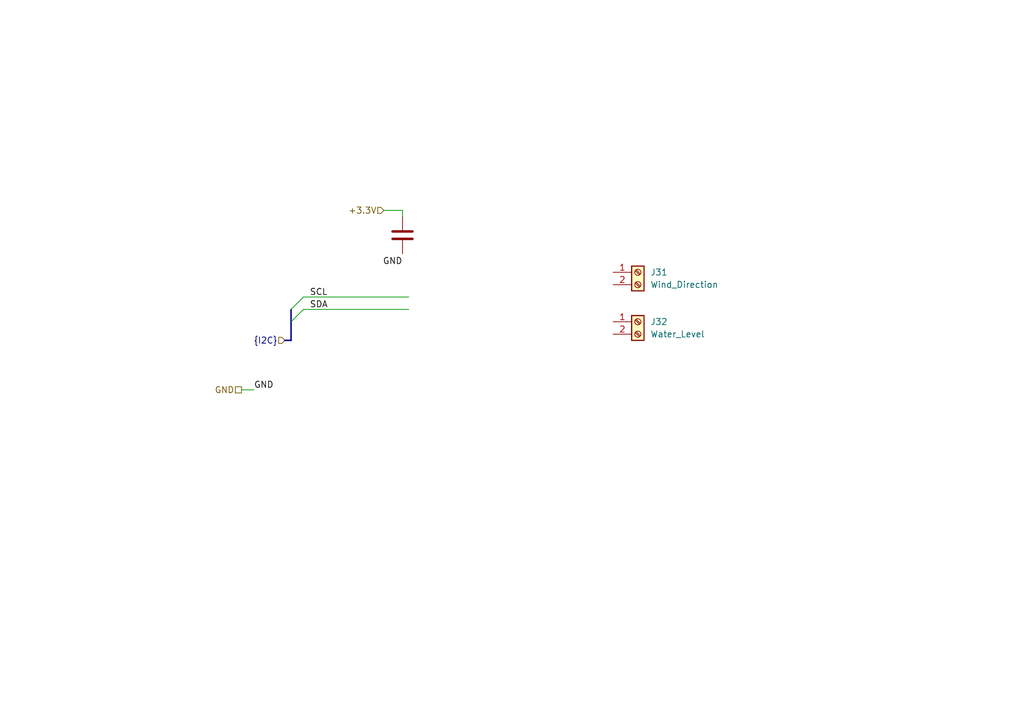
<source format=kicad_sch>
(kicad_sch (version 20231120) (generator "eeschema") (generator_version "8.0")
  (paper "A5")
  (title_block (title "RTC") (date "2024-11-03") (rev "1.0"))
  (lib_symbols
    (symbol "Connector:Screw_Terminal_01x02" (pin_names (offset 1.016) hide)
      (property "Reference" "J" (at 0 2.54 0))
      (property "Value" "Screw_Terminal_01x02" (at 0 -5.08 0))
      (symbol "Screw_Terminal_01x02_1_1"
        (rectangle (start -1.27 1.27) (end 1.27 -3.81) (stroke (width 0.254)) (fill (type background)))
        (circle (center 0 -2.54) (radius 0.635) (stroke (width 0.1524)))
        (polyline (pts (xy -0.5334 -2.2098) (xy 0.3302 -3.048)) (stroke (width 0.1524)))
        (polyline (pts (xy -0.5334 0.3302) (xy 0.3302 -0.508)) (stroke (width 0.1524)))
        (polyline (pts (xy -0.3556 -2.032) (xy 0.508 -2.8702)) (stroke (width 0.1524)))
        (polyline (pts (xy -0.3556 0.508) (xy 0.508 -0.3302)) (stroke (width 0.1524)))
        (circle (center 0 0) (radius 0.635) (stroke (width 0.1524)))
        (pin passive line (at -5.08 0 0) (length 3.81) (name "Pin_1") (number "1"))
        (pin passive line (at -5.08 -2.54 0) (length 3.81) (name "Pin_2") (number "2"))
      )
    )
    (symbol "Device:C" (pin_numbers hide) (pin_names (offset 0.254))
      (property "Reference" "C" (at 0.635 2.54 0))
      (property "Value" "C" (at 0.635 -2.54 0))
      (symbol "C_0_1"
        (polyline (pts (xy -2.032 -0.762) (xy 2.032 -0.762)) (stroke (width 0.508)))
        (polyline (pts (xy -2.032 0.762) (xy 2.032 0.762)) (stroke (width 0.508)))
      )
      (symbol "C_1_1"
        (pin passive line (at 0 3.81 270) (length 2.794) (name "~") (number "1"))
        (pin passive line (at 0 -3.81 90) (length 2.794) (name "~") (number "2"))
      )
    )
  )
  (bus_entry (at 62.23 63.5) (size -2.54 2.54))
  (bus_entry (at 62.23 60.96) (size -2.54 2.54))
  (bus (pts (xy 59.69 69.85) (xy 59.69 66.04)))
  (wire (pts (xy 82.55 43.18) (xy 82.55 44.45)))
  (bus (pts (xy 58.42 69.85) (xy 59.69 69.85)))
  (wire (pts (xy 78.74 43.18) (xy 82.55 43.18)))
  (wire (pts (xy 62.23 60.96) (xy 83.82 60.96)))
  (wire (pts (xy 49.53 80.01) (xy 52.07 80.01)))
  (bus (pts (xy 59.69 66.04) (xy 59.69 63.5)))
  (wire (pts (xy 62.23 63.5) (xy 83.82 63.5)))
  (label "SCL" (at 63.5 60.96 0))
  (label "SDA" (at 63.5 63.5 0))
  (label "GND" (at 52.07 80.01 0))
  (label "GND" (at 82.55 54.61 180))
  (hierarchical_label "GND" (shape passive) (at 49.53 80.01 180))
  (hierarchical_label "+3.3V" (shape input) (at 78.74 43.18 180))
  (hierarchical_label "{I2C}" (shape input) (at 58.42 69.85 180))
  (symbol (lib_id "Device:C") (at 82.55 48.26 0) (unit 1)
    (property "Reference" "C31" (effects (hide yes)))
    (property "Value" "100nF" (effects (hide yes)))
    (property "Footprint" "Capacitor_SMD:C_0603_1608Metric" (effects (hide yes)))
  )
  (symbol (lib_id "Connector:Screw_Terminal_01x02") (at 130.81 55.88 0) (unit 1)
    (property "Reference" "J31" (at 133.35 55.8799 0) (effects (justify left)))
    (property "Value" "Wind_Direction" (at 133.35 58.4199 0) (effects (justify left)))
    (property "Footprint" "Connector_Phoenix_MSTB:PhoenixContact_MSTBA_2,5_2-G-5,08_1x02_P5.08mm_Horizontal" (effects (hide yes)))
  )
  (symbol (lib_id "Connector:Screw_Terminal_01x02") (at 130.81 66.04 0) (unit 1)
    (property "Reference" "J32" (at 133.35 66.0399 0) (effects (justify left)))
    (property "Value" "Water_Level" (at 133.35 68.5799 0) (effects (justify left)))
    (property "Footprint" "Connector_Phoenix_MSTB:PhoenixContact_MSTBA_2,5_2-G-5,08_1x02_P5.08mm_Horizontal" (effects (hide yes)))
  )
)
</source>
